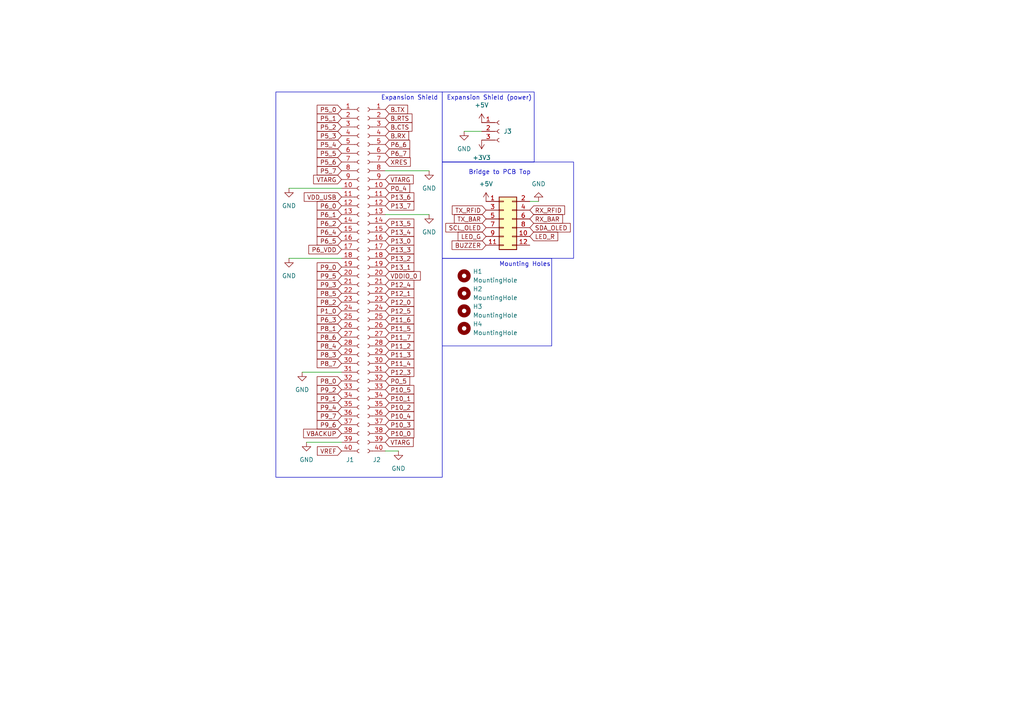
<source format=kicad_sch>
(kicad_sch (version 20230121) (generator eeschema)
  (paper "A4")
  (title_block (title "WMS Scanner") (date "2024-02-15"))
  (lib_symbols
    (symbol "Connector:Conn_01x03_Socket" (pin_names (offset 1.016) hide)
      (property "Reference" "J" (at 0 5.08 0))
      (property "Value" "Conn_01x03_Socket" (at 0 -5.08 0))
      (symbol "Conn_01x03_Socket_1_1"
        (arc (start 0 -2.032) (mid -0.5058 -2.54) (end 0 -3.048) (stroke (width 0.1524)))
        (polyline (pts (xy -1.27 -2.54) (xy -0.508 -2.54)) (stroke (width 0.1524)))
        (polyline (pts (xy -1.27 0) (xy -0.508 0)) (stroke (width 0.1524)))
        (polyline (pts (xy -1.27 2.54) (xy -0.508 2.54)) (stroke (width 0.1524)))
        (arc (start 0 0.508) (mid -0.5058 0) (end 0 -0.508) (stroke (width 0.1524)))
        (arc (start 0 3.048) (mid -0.5058 2.54) (end 0 2.032) (stroke (width 0.1524)))
        (pin passive line (at -5.08 2.54 0) (length 3.81) (name "Pin_1") (number "1"))
        (pin passive line (at -5.08 0 0) (length 3.81) (name "Pin_2") (number "2"))
        (pin passive line (at -5.08 -2.54 0) (length 3.81) (name "Pin_3") (number "3"))
      )
    )
    (symbol "Connector:Conn_01x40_Socket" (pin_names (offset 1.016) hide)
      (property "Reference" "J" (at 0 50.8 0))
      (property "Value" "Conn_01x40_Socket" (at 0 -53.34 0))
      (symbol "Conn_01x40_Socket_1_1"
        (arc (start 0 -50.292) (mid -0.5058 -50.8) (end 0 -51.308) (stroke (width 0.1524)))
        (arc (start 0 -47.752) (mid -0.5058 -48.26) (end 0 -48.768) (stroke (width 0.1524)))
        (arc (start 0 -45.212) (mid -0.5058 -45.72) (end 0 -46.228) (stroke (width 0.1524)))
        (arc (start 0 -42.672) (mid -0.5058 -43.18) (end 0 -43.688) (stroke (width 0.1524)))
        (arc (start 0 -40.132) (mid -0.5058 -40.64) (end 0 -41.148) (stroke (width 0.1524)))
        (arc (start 0 -37.592) (mid -0.5058 -38.1) (end 0 -38.608) (stroke (width 0.1524)))
        (arc (start 0 -35.052) (mid -0.5058 -35.56) (end 0 -36.068) (stroke (width 0.1524)))
        (arc (start 0 -32.512) (mid -0.5058 -33.02) (end 0 -33.528) (stroke (width 0.1524)))
        (arc (start 0 -29.972) (mid -0.5058 -30.48) (end 0 -30.988) (stroke (width 0.1524)))
        (arc (start 0 -27.432) (mid -0.5058 -27.94) (end 0 -28.448) (stroke (width 0.1524)))
        (arc (start 0 -24.892) (mid -0.5058 -25.4) (end 0 -25.908) (stroke (width 0.1524)))
        (arc (start 0 -22.352) (mid -0.5058 -22.86) (end 0 -23.368) (stroke (width 0.1524)))
        (arc (start 0 -19.812) (mid -0.5058 -20.32) (end 0 -20.828) (stroke (width 0.1524)))
        (arc (start 0 -17.272) (mid -0.5058 -17.78) (end 0 -18.288) (stroke (width 0.1524)))
        (arc (start 0 -14.732) (mid -0.5058 -15.24) (end 0 -15.748) (stroke (width 0.1524)))
        (arc (start 0 -12.192) (mid -0.5058 -12.7) (end 0 -13.208) (stroke (width 0.1524)))
        (arc (start 0 -9.652) (mid -0.5058 -10.16) (end 0 -10.668) (stroke (width 0.1524)))
        (arc (start 0 -7.112) (mid -0.5058 -7.62) (end 0 -8.128) (stroke (width 0.1524)))
        (arc (start 0 -4.572) (mid -0.5058 -5.08) (end 0 -5.588) (stroke (width 0.1524)))
        (arc (start 0 -2.032) (mid -0.5058 -2.54) (end 0 -3.048) (stroke (width 0.1524)))
        (polyline (pts (xy -1.27 -50.8) (xy -0.508 -50.8)) (stroke (width 0.1524)))
        (polyline (pts (xy -1.27 -48.26) (xy -0.508 -48.26)) (stroke (width 0.1524)))
        (polyline (pts (xy -1.27 -45.72) (xy -0.508 -45.72)) (stroke (width 0.1524)))
        (polyline (pts (xy -1.27 -43.18) (xy -0.508 -43.18)) (stroke (width 0.1524)))
        (polyline (pts (xy -1.27 -40.64) (xy -0.508 -40.64)) (stroke (width 0.1524)))
        (polyline (pts (xy -1.27 -38.1) (xy -0.508 -38.1)) (stroke (width 0.1524)))
        (polyline (pts (xy -1.27 -35.56) (xy -0.508 -35.56)) (stroke (width 0.1524)))
        (polyline (pts (xy -1.27 -33.02) (xy -0.508 -33.02)) (stroke (width 0.1524)))
        (polyline (pts (xy -1.27 -30.48) (xy -0.508 -30.48)) (stroke (width 0.1524)))
        (polyline (pts (xy -1.27 -27.94) (xy -0.508 -27.94)) (stroke (width 0.1524)))
        (polyline (pts (xy -1.27 -25.4) (xy -0.508 -25.4)) (stroke (width 0.1524)))
        (polyline (pts (xy -1.27 -22.86) (xy -0.508 -22.86)) (stroke (width 0.1524)))
        (polyline (pts (xy -1.27 -20.32) (xy -0.508 -20.32)) (stroke (width 0.1524)))
        (polyline (pts (xy -1.27 -17.78) (xy -0.508 -17.78)) (stroke (width 0.1524)))
        (polyline (pts (xy -1.27 -15.24) (xy -0.508 -15.24)) (stroke (width 0.1524)))
        (polyline (pts (xy -1.27 -12.7) (xy -0.508 -12.7)) (stroke (width 0.1524)))
        (polyline (pts (xy -1.27 -10.16) (xy -0.508 -10.16)) (stroke (width 0.1524)))
        (polyline (pts (xy -1.27 -7.62) (xy -0.508 -7.62)) (stroke (width 0.1524)))
        (polyline (pts (xy -1.27 -5.08) (xy -0.508 -5.08)) (stroke (width 0.1524)))
        (polyline (pts (xy -1.27 -2.54) (xy -0.508 -2.54)) (stroke (width 0.1524)))
        (polyline (pts (xy -1.27 0) (xy -0.508 0)) (stroke (width 0.1524)))
        (polyline (pts (xy -1.27 2.54) (xy -0.508 2.54)) (stroke (width 0.1524)))
        (polyline (pts (xy -1.27 5.08) (xy -0.508 5.08)) (stroke (width 0.1524)))
        (polyline (pts (xy -1.27 7.62) (xy -0.508 7.62)) (stroke (width 0.1524)))
        (polyline (pts (xy -1.27 10.16) (xy -0.508 10.16)) (stroke (width 0.1524)))
        (polyline (pts (xy -1.27 12.7) (xy -0.508 12.7)) (stroke (width 0.1524)))
        (polyline (pts (xy -1.27 15.24) (xy -0.508 15.24)) (stroke (width 0.1524)))
        (polyline (pts (xy -1.27 17.78) (xy -0.508 17.78)) (stroke (width 0.1524)))
        (polyline (pts (xy -1.27 20.32) (xy -0.508 20.32)) (stroke (width 0.1524)))
        (polyline (pts (xy -1.27 22.86) (xy -0.508 22.86)) (stroke (width 0.1524)))
        (polyline (pts (xy -1.27 25.4) (xy -0.508 25.4)) (stroke (width 0.1524)))
        (polyline (pts (xy -1.27 27.94) (xy -0.508 27.94)) (stroke (width 0.1524)))
        (polyline (pts (xy -1.27 30.48) (xy -0.508 30.48)) (stroke (width 0.1524)))
        (polyline (pts (xy -1.27 33.02) (xy -0.508 33.02)) (stroke (width 0.1524)))
        (polyline (pts (xy -1.27 35.56) (xy -0.508 35.56)) (stroke (width 0.1524)))
        (polyline (pts (xy -1.27 38.1) (xy -0.508 38.1)) (stroke (width 0.1524)))
        (polyline (pts (xy -1.27 40.64) (xy -0.508 40.64)) (stroke (width 0.1524)))
        (polyline (pts (xy -1.27 43.18) (xy -0.508 43.18)) (stroke (width 0.1524)))
        (polyline (pts (xy -1.27 45.72) (xy -0.508 45.72)) (stroke (width 0.1524)))
        (polyline (pts (xy -1.27 48.26) (xy -0.508 48.26)) (stroke (width 0.1524)))
        (arc (start 0 0.508) (mid -0.5058 0) (end 0 -0.508) (stroke (width 0.1524)))
        (arc (start 0 3.048) (mid -0.5058 2.54) (end 0 2.032) (stroke (width 0.1524)))
        (arc (start 0 5.588) (mid -0.5058 5.08) (end 0 4.572) (stroke (width 0.1524)))
        (arc (start 0 8.128) (mid -0.5058 7.62) (end 0 7.112) (stroke (width 0.1524)))
        (arc (start 0 10.668) (mid -0.5058 10.16) (end 0 9.652) (stroke (width 0.1524)))
        (arc (start 0 13.208) (mid -0.5058 12.7) (end 0 12.192) (stroke (width 0.1524)))
        (arc (start 0 15.748) (mid -0.5058 15.24) (end 0 14.732) (stroke (width 0.1524)))
        (arc (start 0 18.288) (mid -0.5058 17.78) (end 0 17.272) (stroke (width 0.1524)))
        (arc (start 0 20.828) (mid -0.5058 20.32) (end 0 19.812) (stroke (width 0.1524)))
        (arc (start 0 23.368) (mid -0.5058 22.86) (end 0 22.352) (stroke (width 0.1524)))
        (arc (start 0 25.908) (mid -0.5058 25.4) (end 0 24.892) (stroke (width 0.1524)))
        (arc (start 0 28.448) (mid -0.5058 27.94) (end 0 27.432) (stroke (width 0.1524)))
        (arc (start 0 30.988) (mid -0.5058 30.48) (end 0 29.972) (stroke (width 0.1524)))
        (arc (start 0 33.528) (mid -0.5058 33.02) (end 0 32.512) (stroke (width 0.1524)))
        (arc (start 0 36.068) (mid -0.5058 35.56) (end 0 35.052) (stroke (width 0.1524)))
        (arc (start 0 38.608) (mid -0.5058 38.1) (end 0 37.592) (stroke (width 0.1524)))
        (arc (start 0 41.148) (mid -0.5058 40.64) (end 0 40.132) (stroke (width 0.1524)))
        (arc (start 0 43.688) (mid -0.5058 43.18) (end 0 42.672) (stroke (width 0.1524)))
        (arc (start 0 46.228) (mid -0.5058 45.72) (end 0 45.212) (stroke (width 0.1524)))
        (arc (start 0 48.768) (mid -0.5058 48.26) (end 0 47.752) (stroke (width 0.1524)))
        (pin passive line (at -5.08 48.26 0) (length 3.81) (name "Pin_1") (number "1"))
        (pin passive line (at -5.08 25.4 0) (length 3.81) (name "Pin_10") (number "10"))
        (pin passive line (at -5.08 22.86 0) (length 3.81) (name "Pin_11") (number "11"))
        (pin passive line (at -5.08 20.32 0) (length 3.81) (name "Pin_12") (number "12"))
        (pin passive line (at -5.08 17.78 0) (length 3.81) (name "Pin_13") (number "13"))
        (pin passive line (at -5.08 15.24 0) (length 3.81) (name "Pin_14") (number "14"))
        (pin passive line (at -5.08 12.7 0) (length 3.81) (name "Pin_15") (number "15"))
        (pin passive line (at -5.08 10.16 0) (length 3.81) (name "Pin_16") (number "16"))
        (pin passive line (at -5.08 7.62 0) (length 3.81) (name "Pin_17") (number "17"))
        (pin passive line (at -5.08 5.08 0) (length 3.81) (name "Pin_18") (number "18"))
        (pin passive line (at -5.08 2.54 0) (length 3.81) (name "Pin_19") (number "19"))
        (pin passive line (at -5.08 45.72 0) (length 3.81) (name "Pin_2") (number "2"))
        (pin passive line (at -5.08 0 0) (length 3.81) (name "Pin_20") (number "20"))
        (pin passive line (at -5.08 -2.54 0) (length 3.81) (name "Pin_21") (number "21"))
        (pin passive line (at -5.08 -5.08 0) (length 3.81) (name "Pin_22") (number "22"))
        (pin passive line (at -5.08 -7.62 0) (length 3.81) (name "Pin_23") (number "23"))
        (pin passive line (at -5.08 -10.16 0) (length 3.81) (name "Pin_24") (number "24"))
        (pin passive line (at -5.08 -12.7 0) (length 3.81) (name "Pin_25") (number "25"))
        (pin passive line (at -5.08 -15.24 0) (length 3.81) (name "Pin_26") (number "26"))
        (pin passive line (at -5.08 -17.78 0) (length 3.81) (name "Pin_27") (number "27"))
        (pin passive line (at -5.08 -20.32 0) (length 3.81) (name "Pin_28") (number "28"))
        (pin passive line (at -5.08 -22.86 0) (length 3.81) (name "Pin_29") (number "29"))
        (pin passive line (at -5.08 43.18 0) (length 3.81) (name "Pin_3") (number "3"))
        (pin passive line (at -5.08 -25.4 0) (length 3.81) (name "Pin_30") (number "30"))
        (pin passive line (at -5.08 -27.94 0) (length 3.81) (name "Pin_31") (number "31"))
        (pin passive line (at -5.08 -30.48 0) (length 3.81) (name "Pin_32") (number "32"))
        (pin passive line (at -5.08 -33.02 0) (length 3.81) (name "Pin_33") (number "33"))
        (pin passive line (at -5.08 -35.56 0) (length 3.81) (name "Pin_34") (number "34"))
        (pin passive line (at -5.08 -38.1 0) (length 3.81) (name "Pin_35") (number "35"))
        (pin passive line (at -5.08 -40.64 0) (length 3.81) (name "Pin_36") (number "36"))
        (pin passive line (at -5.08 -43.18 0) (length 3.81) (name "Pin_37") (number "37"))
        (pin passive line (at -5.08 -45.72 0) (length 3.81) (name "Pin_38") (number "38"))
        (pin passive line (at -5.08 -48.26 0) (length 3.81) (name "Pin_39") (number "39"))
        (pin passive line (at -5.08 40.64 0) (length 3.81) (name "Pin_4") (number "4"))
        (pin passive line (at -5.08 -50.8 0) (length 3.81) (name "Pin_40") (number "40"))
        (pin passive line (at -5.08 38.1 0) (length 3.81) (name "Pin_5") (number "5"))
        (pin passive line (at -5.08 35.56 0) (length 3.81) (name "Pin_6") (number "6"))
        (pin passive line (at -5.08 33.02 0) (length 3.81) (name "Pin_7") (number "7"))
        (pin passive line (at -5.08 30.48 0) (length 3.81) (name "Pin_8") (number "8"))
        (pin passive line (at -5.08 27.94 0) (length 3.81) (name "Pin_9") (number "9"))
      )
    )
    (symbol "Connector_Generic:Conn_02x06_Odd_Even" (pin_names (offset 1.016) hide)
      (property "Reference" "J" (at 1.27 7.62 0))
      (property "Value" "Conn_02x06_Odd_Even" (at 1.27 -10.16 0))
      (symbol "Conn_02x06_Odd_Even_1_1"
        (rectangle (start -1.27 -7.493) (end 0 -7.747) (stroke (width 0.1524)))
        (rectangle (start -1.27 -4.953) (end 0 -5.207) (stroke (width 0.1524)))
        (rectangle (start -1.27 -2.413) (end 0 -2.667) (stroke (width 0.1524)))
        (rectangle (start -1.27 0.127) (end 0 -0.127) (stroke (width 0.1524)))
        (rectangle (start -1.27 2.667) (end 0 2.413) (stroke (width 0.1524)))
        (rectangle (start -1.27 5.207) (end 0 4.953) (stroke (width 0.1524)))
        (rectangle (start -1.27 6.35) (end 3.81 -8.89) (stroke (width 0.254)) (fill (type background)))
        (rectangle (start 3.81 -7.493) (end 2.54 -7.747) (stroke (width 0.1524)))
        (rectangle (start 3.81 -4.953) (end 2.54 -5.207) (stroke (width 0.1524)))
        (rectangle (start 3.81 -2.413) (end 2.54 -2.667) (stroke (width 0.1524)))
        (rectangle (start 3.81 0.127) (end 2.54 -0.127) (stroke (width 0.1524)))
        (rectangle (start 3.81 2.667) (end 2.54 2.413) (stroke (width 0.1524)))
        (rectangle (start 3.81 5.207) (end 2.54 4.953) (stroke (width 0.1524)))
        (pin passive line (at -5.08 5.08 0) (length 3.81) (name "Pin_1") (number "1"))
        (pin passive line (at 7.62 -5.08 180) (length 3.81) (name "Pin_10") (number "10"))
        (pin passive line (at -5.08 -7.62 0) (length 3.81) (name "Pin_11") (number "11"))
        (pin passive line (at 7.62 -7.62 180) (length 3.81) (name "Pin_12") (number "12"))
        (pin passive line (at 7.62 5.08 180) (length 3.81) (name "Pin_2") (number "2"))
        (pin passive line (at -5.08 2.54 0) (length 3.81) (name "Pin_3") (number "3"))
        (pin passive line (at 7.62 2.54 180) (length 3.81) (name "Pin_4") (number "4"))
        (pin passive line (at -5.08 0 0) (length 3.81) (name "Pin_5") (number "5"))
        (pin passive line (at 7.62 0 180) (length 3.81) (name "Pin_6") (number "6"))
        (pin passive line (at -5.08 -2.54 0) (length 3.81) (name "Pin_7") (number "7"))
        (pin passive line (at 7.62 -2.54 180) (length 3.81) (name "Pin_8") (number "8"))
        (pin passive line (at -5.08 -5.08 0) (length 3.81) (name "Pin_9") (number "9"))
      )
    )
    (symbol "Mechanical:MountingHole" (pin_names (offset 1.016))
      (property "Reference" "H" (at 0 5.08 0))
      (property "Value" "MountingHole" (at 0 3.175 0))
      (symbol "MountingHole_0_1"
        (circle (center 0 0) (radius 1.27) (stroke (width 1.27)))
      )
    )
    (symbol "power:+3V3" (power) (pin_names (offset 0))
      (property "Value" "+3V3" (at 0 3.556 0))
      (symbol "+3V3_0_1"
        (polyline (pts (xy -0.762 1.27) (xy 0 2.54)))
        (polyline (pts (xy 0 0) (xy 0 2.54)))
        (polyline (pts (xy 0 2.54) (xy 0.762 1.27)))
      )
      (symbol "+3V3_1_1"
        (pin power_in line (at 0 0 90) (length 0) hide (name "+3V3") (number "1"))
      )
    )
    (symbol "power:+5V" (power) (pin_names (offset 0))
      (property "Value" "+5V" (at 0 3.556 0))
      (symbol "+5V_0_1"
        (polyline (pts (xy -0.762 1.27) (xy 0 2.54)))
        (polyline (pts (xy 0 0) (xy 0 2.54)))
        (polyline (pts (xy 0 2.54) (xy 0.762 1.27)))
      )
      (symbol "+5V_1_1"
        (pin power_in line (at 0 0 90) (length 0) hide (name "+5V") (number "1"))
      )
    )
    (symbol "power:GND" (power) (pin_names (offset 0))
      (property "Value" "GND" (at 0 -3.81 0))
      (symbol "GND_0_1"
        (polyline (pts (xy 0 0) (xy 0 -1.27) (xy 1.27 -1.27) (xy 0 -2.54) (xy -1.27 -1.27) (xy 0 -1.27)))
      )
      (symbol "GND_1_1"
        (pin power_in line (at 0 0 270) (length 0) hide (name "GND") (number "1"))
      )
    )
  )
  (wire (pts (xy 156.21 58.42) (xy 153.67 58.42)))
  (wire (pts (xy 83.82 74.93) (xy 99.06 74.93)))
  (wire (pts (xy 124.46 62.23) (xy 111.76 62.23)))
  (wire (pts (xy 87.63 107.95) (xy 99.06 107.95)))
  (wire (pts (xy 88.9 128.27) (xy 99.06 128.27)))
  (wire (pts (xy 134.62 38.1) (xy 139.7 38.1)))
  (wire (pts (xy 124.46 49.53) (xy 111.76 49.53)))
  (wire (pts (xy 115.57 130.81) (xy 111.76 130.81)))
  (wire (pts (xy 83.82 54.61) (xy 99.06 54.61)))
  (rectangle (start 128.27 74.93) (end 160.02 100.33))
  (rectangle (start 128.27 46.99) (end 166.37 74.93))
  (rectangle (start 80.01 26.67) (end 128.27 138.43))
  (rectangle (start 128.27 26.67) (end 154.94 46.99))
  (text "Bridge to PCB Top" (at 135.89 50.8 0) (effects (font (size 1.27 1.27)) (justify left bottom)))
  (text "Expansion Shield" (at 110.49 29.21 0) (effects (font (size 1.27 1.27)) (justify left bottom)))
  (text "Mounting Holes" (at 144.78 77.47 0) (effects (font (size 1.27 1.27)) (justify left bottom)))
  (text "Expansion Shield (power)" (at 129.54 29.21 0) (effects (font (size 1.27 1.27)) (justify left bottom)))
  (global_label "P13_6" (shape input) (at 111.76 57.15 0) (property "Intersheetrefs" "${INTERSHEET_REFS}" (effects hide)))
  (global_label "P9_1" (shape input) (at 99.06 115.57 180) (property "Intersheetrefs" "${INTERSHEET_REFS}" (effects hide)))
  (global_label "P9_5" (shape input) (at 99.06 80.01 180) (property "Intersheetrefs" "${INTERSHEET_REFS}" (effects hide)))
  (global_label "P11_7" (shape input) (at 111.76 97.79 0) (property "Intersheetrefs" "${INTERSHEET_REFS}" (effects hide)))
  (global_label "XRES" (shape input) (at 111.76 46.99 0) (property "Intersheetrefs" "${INTERSHEET_REFS}" (effects hide)))
  (global_label "P13_1" (shape input) (at 111.76 77.47 0) (property "Intersheetrefs" "${INTERSHEET_REFS}" (effects hide)))
  (global_label "VTARG" (shape input) (at 111.76 128.27 0) (property "Intersheetrefs" "${INTERSHEET_REFS}" (effects hide)))
  (global_label "P6_7" (shape input) (at 111.76 44.45 0) (property "Intersheetrefs" "${INTERSHEET_REFS}" (effects hide)))
  (global_label "TX_BAR" (shape input) (at 140.97 63.5 180) (property "Intersheetrefs" "${INTERSHEET_REFS}" (effects hide)))
  (global_label "P13_2" (shape input) (at 111.76 74.93 0) (property "Intersheetrefs" "${INTERSHEET_REFS}" (effects hide)))
  (global_label "P9_3" (shape input) (at 99.06 82.55 180) (property "Intersheetrefs" "${INTERSHEET_REFS}" (effects hide)))
  (global_label "P8_5" (shape input) (at 99.06 85.09 180) (property "Intersheetrefs" "${INTERSHEET_REFS}" (effects hide)))
  (global_label "P6_4" (shape input) (at 99.06 67.31 180) (property "Intersheetrefs" "${INTERSHEET_REFS}" (effects hide)))
  (global_label "P9_2" (shape input) (at 99.06 113.03 180) (property "Intersheetrefs" "${INTERSHEET_REFS}" (effects hide)))
  (global_label "B.CTS" (shape input) (at 111.76 36.83 0) (property "Intersheetrefs" "${INTERSHEET_REFS}" (effects hide)))
  (global_label "P5_2" (shape input) (at 99.06 36.83 180) (property "Intersheetrefs" "${INTERSHEET_REFS}" (effects hide)))
  (global_label "VDDIO_0" (shape input) (at 111.76 80.01 0) (property "Intersheetrefs" "${INTERSHEET_REFS}" (effects hide)))
  (global_label "P10_5" (shape input) (at 111.76 113.03 0) (property "Intersheetrefs" "${INTERSHEET_REFS}" (effects hide)))
  (global_label "P6_0" (shape input) (at 99.06 59.69 180) (property "Intersheetrefs" "${INTERSHEET_REFS}" (effects hide)))
  (global_label "P11_4" (shape input) (at 111.76 105.41 0) (property "Intersheetrefs" "${INTERSHEET_REFS}" (effects hide)))
  (global_label "P6_5" (shape input) (at 99.06 69.85 180) (property "Intersheetrefs" "${INTERSHEET_REFS}" (effects hide)))
  (global_label "B.TX" (shape input) (at 111.76 31.75 0) (property "Intersheetrefs" "${INTERSHEET_REFS}" (effects hide)))
  (global_label "P6_VDD" (shape input) (at 99.06 72.39 180) (property "Intersheetrefs" "${INTERSHEET_REFS}" (effects hide)))
  (global_label "LED_R" (shape input) (at 153.67 68.58 0) (property "Intersheetrefs" "${INTERSHEET_REFS}" (effects hide)))
  (global_label "P12_0" (shape input) (at 111.76 87.63 0) (property "Intersheetrefs" "${INTERSHEET_REFS}" (effects hide)))
  (global_label "LED_G" (shape input) (at 140.97 68.58 180) (property "Intersheetrefs" "${INTERSHEET_REFS}" (effects hide)))
  (global_label "P5_0" (shape input) (at 99.06 31.75 180) (property "Intersheetrefs" "${INTERSHEET_REFS}" (effects hide)))
  (global_label "P6_6" (shape input) (at 111.76 41.91 0) (property "Intersheetrefs" "${INTERSHEET_REFS}" (effects hide)))
  (global_label "TX_RFID" (shape input) (at 140.97 60.96 180) (property "Intersheetrefs" "${INTERSHEET_REFS}" (effects hide)))
  (global_label "P11_5" (shape input) (at 111.76 95.25 0) (property "Intersheetrefs" "${INTERSHEET_REFS}" (effects hide)))
  (global_label "P13_4" (shape input) (at 111.76 67.31 0) (property "Intersheetrefs" "${INTERSHEET_REFS}" (effects hide)))
  (global_label "P1_0" (shape input) (at 99.06 90.17 180) (property "Intersheetrefs" "${INTERSHEET_REFS}" (effects hide)))
  (global_label "P8_3" (shape input) (at 99.06 102.87 180) (property "Intersheetrefs" "${INTERSHEET_REFS}" (effects hide)))
  (global_label "P9_7" (shape input) (at 99.06 120.65 180) (property "Intersheetrefs" "${INTERSHEET_REFS}" (effects hide)))
  (global_label "P8_2" (shape input) (at 99.06 87.63 180) (property "Intersheetrefs" "${INTERSHEET_REFS}" (effects hide)))
  (global_label "P5_4" (shape input) (at 99.06 41.91 180) (property "Intersheetrefs" "${INTERSHEET_REFS}" (effects hide)))
  (global_label "VREF" (shape input) (at 99.06 130.81 180) (property "Intersheetrefs" "${INTERSHEET_REFS}" (effects hide)))
  (global_label "P9_0" (shape input) (at 99.06 77.47 180) (property "Intersheetrefs" "${INTERSHEET_REFS}" (effects hide)))
  (global_label "B.RTS" (shape input) (at 111.76 34.29 0) (property "Intersheetrefs" "${INTERSHEET_REFS}" (effects hide)))
  (global_label "P10_1" (shape input) (at 111.76 115.57 0) (property "Intersheetrefs" "${INTERSHEET_REFS}" (effects hide)))
  (global_label "P5_5" (shape input) (at 99.06 44.45 180) (property "Intersheetrefs" "${INTERSHEET_REFS}" (effects hide)))
  (global_label "P10_0" (shape input) (at 111.76 125.73 0) (property "Intersheetrefs" "${INTERSHEET_REFS}" (effects hide)))
  (global_label "VDD_USB" (shape input) (at 99.06 57.15 180) (property "Intersheetrefs" "${INTERSHEET_REFS}" (effects hide)))
  (global_label "P5_6" (shape input) (at 99.06 46.99 180) (property "Intersheetrefs" "${INTERSHEET_REFS}" (effects hide)))
  (global_label "SCL_OLED" (shape input) (at 140.97 66.04 180) (property "Intersheetrefs" "${INTERSHEET_REFS}" (effects hide)))
  (global_label "P5_3" (shape input) (at 99.06 39.37 180) (property "Intersheetrefs" "${INTERSHEET_REFS}" (effects hide)))
  (global_label "VTARG" (shape input) (at 111.76 52.07 0) (property "Intersheetrefs" "${INTERSHEET_REFS}" (effects hide)))
  (global_label "RX_BAR" (shape input) (at 153.67 63.5 0) (property "Intersheetrefs" "${INTERSHEET_REFS}" (effects hide)))
  (global_label "P12_3" (shape input) (at 111.76 107.95 0) (property "Intersheetrefs" "${INTERSHEET_REFS}" (effects hide)))
  (global_label "P8_6" (shape input) (at 99.06 97.79 180) (property "Intersheetrefs" "${INTERSHEET_REFS}" (effects hide)))
  (global_label "P9_4" (shape input) (at 99.06 118.11 180) (property "Intersheetrefs" "${INTERSHEET_REFS}" (effects hide)))
  (global_label "P8_0" (shape input) (at 99.06 110.49 180) (property "Intersheetrefs" "${INTERSHEET_REFS}" (effects hide)))
  (global_label "P12_4" (shape input) (at 111.76 82.55 0) (property "Intersheetrefs" "${INTERSHEET_REFS}" (effects hide)))
  (global_label "P13_3" (shape input) (at 111.76 72.39 0) (property "Intersheetrefs" "${INTERSHEET_REFS}" (effects hide)))
  (global_label "P6_3" (shape input) (at 99.06 92.71 180) (property "Intersheetrefs" "${INTERSHEET_REFS}" (effects hide)))
  (global_label "P13_0" (shape input) (at 111.76 69.85 0) (property "Intersheetrefs" "${INTERSHEET_REFS}" (effects hide)))
  (global_label "P10_4" (shape input) (at 111.76 120.65 0) (property "Intersheetrefs" "${INTERSHEET_REFS}" (effects hide)))
  (global_label "VTARG" (shape input) (at 99.06 52.07 180) (property "Intersheetrefs" "${INTERSHEET_REFS}" (effects hide)))
  (global_label "P5_1" (shape input) (at 99.06 34.29 180) (property "Intersheetrefs" "${INTERSHEET_REFS}" (effects hide)))
  (global_label "P0_5" (shape input) (at 111.76 110.49 0) (property "Intersheetrefs" "${INTERSHEET_REFS}" (effects hide)))
  (global_label "VBACKUP" (shape input) (at 99.06 125.73 180) (property "Intersheetrefs" "${INTERSHEET_REFS}" (effects hide)))
  (global_label "P11_2" (shape input) (at 111.76 100.33 0) (property "Intersheetrefs" "${INTERSHEET_REFS}" (effects hide)))
  (global_label "P6_2" (shape input) (at 99.06 64.77 180) (property "Intersheetrefs" "${INTERSHEET_REFS}" (effects hide)))
  (global_label "SDA_OLED" (shape input) (at 153.67 66.04 0) (property "Intersheetrefs" "${INTERSHEET_REFS}" (effects hide)))
  (global_label "P10_2" (shape input) (at 111.76 118.11 0) (property "Intersheetrefs" "${INTERSHEET_REFS}" (effects hide)))
  (global_label "RX_RFID" (shape input) (at 153.67 60.96 0) (property "Intersheetrefs" "${INTERSHEET_REFS}" (effects hide)))
  (global_label "P5_7" (shape input) (at 99.06 49.53 180) (property "Intersheetrefs" "${INTERSHEET_REFS}" (effects hide)))
  (global_label "P0_4" (shape input) (at 111.76 54.61 0) (property "Intersheetrefs" "${INTERSHEET_REFS}" (effects hide)))
  (global_label "P6_1" (shape input) (at 99.06 62.23 180) (property "Intersheetrefs" "${INTERSHEET_REFS}" (effects hide)))
  (global_label "P11_6" (shape input) (at 111.76 92.71 0) (property "Intersheetrefs" "${INTERSHEET_REFS}" (effects hide)))
  (global_label "P10_3" (shape input) (at 111.76 123.19 0) (property "Intersheetrefs" "${INTERSHEET_REFS}" (effects hide)))
  (global_label "BUZZER" (shape input) (at 140.97 71.12 180) (property "Intersheetrefs" "${INTERSHEET_REFS}" (effects hide)))
  (global_label "P12_5" (shape input) (at 111.76 90.17 0) (property "Intersheetrefs" "${INTERSHEET_REFS}" (effects hide)))
  (global_label "P13_5" (shape input) (at 111.76 64.77 0) (property "Intersheetrefs" "${INTERSHEET_REFS}" (effects hide)))
  (global_label "P11_3" (shape input) (at 111.76 102.87 0) (property "Intersheetrefs" "${INTERSHEET_REFS}" (effects hide)))
  (global_label "P8_4" (shape input) (at 99.06 100.33 180) (property "Intersheetrefs" "${INTERSHEET_REFS}" (effects hide)))
  (global_label "P13_7" (shape input) (at 111.76 59.69 0) (property "Intersheetrefs" "${INTERSHEET_REFS}" (effects hide)))
  (global_label "P8_1" (shape input) (at 99.06 95.25 180) (property "Intersheetrefs" "${INTERSHEET_REFS}" (effects hide)))
  (global_label "P12_1" (shape input) (at 111.76 85.09 0) (property "Intersheetrefs" "${INTERSHEET_REFS}" (effects hide)))
  (global_label "B.RX" (shape input) (at 111.76 39.37 0) (property "Intersheetrefs" "${INTERSHEET_REFS}" (effects hide)))
  (global_label "P8_7" (shape input) (at 99.06 105.41 180) (property "Intersheetrefs" "${INTERSHEET_REFS}" (effects hide)))
  (global_label "P9_6" (shape input) (at 99.06 123.19 180) (property "Intersheetrefs" "${INTERSHEET_REFS}" (effects hide)))
  (symbol (lib_id "power:GND") (at 156.21 58.42 180) (unit 1)
    (property "Reference" "#PWR012" (effects hide))
    (property "Value" "GND" (at 156.21 53.34 0))
  )
  (symbol (lib_id "power:GND") (at 88.9 128.27 0) (unit 1)
    (property "Reference" "#PWR07" (effects hide))
    (property "Value" "GND" (at 88.9 133.35 0))
  )
  (symbol (lib_id "Connector:Conn_01x03_Socket") (at 144.78 38.1 0) (unit 1)
    (property "Reference" "J3" (at 146.05 38.1 0) (effects (justify left)))
    (property "Value" "Conn_01x03_Socket" (effects hide))
    (property "Footprint" "Connector_PinHeader_2.54mm:PinHeader_1x03_P2.54mm_Vertical" (effects hide))
  )
  (symbol (lib_id "power:GND") (at 124.46 62.23 0) (unit 1)
    (property "Reference" "#PWR02" (effects hide))
    (property "Value" "GND" (at 124.46 67.31 0))
  )
  (symbol (lib_id "power:GND") (at 87.63 107.95 0) (unit 1)
    (property "Reference" "#PWR06" (effects hide))
    (property "Value" "GND" (at 87.63 113.03 0))
  )
  (symbol (lib_id "power:GND") (at 83.82 74.93 0) (unit 1)
    (property "Reference" "#PWR05" (effects hide))
    (property "Value" "GND" (at 83.82 80.01 0))
  )
  (symbol (lib_id "Connector:Conn_01x40_Socket") (at 106.68 80.01 0) (mirror y) (unit 1)
    (property "Reference" "J2" (at 110.49 133.35 0) (effects (justify left)))
    (property "Value" "Conn_01x40_Socket" (effects hide))
    (property "Footprint" "Connector_PinHeader_2.54mm:PinHeader_1x40_P2.54mm_Vertical" (effects hide))
  )
  (symbol (lib_id "power:GND") (at 124.46 49.53 0) (unit 1)
    (property "Reference" "#PWR01" (effects hide))
    (property "Value" "GND" (at 124.46 54.61 0))
  )
  (symbol (lib_id "power:+5V") (at 140.97 58.42 0) (unit 1)
    (property "Reference" "#PWR011" (effects hide))
    (property "Value" "+5V" (at 140.97 53.34 0))
  )
  (symbol (lib_id "Connector:Conn_01x40_Socket") (at 104.14 80.01 0) (unit 1)
    (property "Reference" "J1" (at 100.33 133.35 0) (effects (justify left)))
    (property "Value" "Conn_01x40_Socket" (effects hide))
    (property "Footprint" "Connector_PinHeader_2.54mm:PinHeader_1x40_P2.54mm_Vertical" (effects hide))
  )
  (symbol (lib_id "Connector_Generic:Conn_02x06_Odd_Even") (at 146.05 63.5 0) (unit 1)
    (property "Reference" "J4" (effects hide))
    (property "Value" "Conn_02x06_Odd_Even" (effects hide))
    (property "Footprint" "Connector_JST:JST_PHD_B12B-PHDSS_2x06_P2.00mm_Vertical" (effects hide))
  )
  (symbol (lib_id "power:+3V3") (at 139.7 40.64 180) (unit 1)
    (property "Reference" "#PWR08" (effects hide))
    (property "Value" "+3V3" (at 139.7 45.72 0))
  )
  (symbol (lib_id "power:GND") (at 83.82 54.61 0) (unit 1)
    (property "Reference" "#PWR04" (effects hide))
    (property "Value" "GND" (at 83.82 59.69 0))
  )
  (symbol (lib_id "Mechanical:MountingHole") (at 134.62 80.01 0) (unit 1)
    (property "Reference" "H1" (at 137.16 78.74 0) (effects (justify left)))
    (property "Value" "MountingHole" (at 137.16 81.28 0) (effects (justify left)))
    (property "Footprint" "MountingHole:MountingHole_2.2mm_M2" (effects hide))
  )
  (symbol (lib_id "Mechanical:MountingHole") (at 134.62 85.09 0) (unit 1)
    (property "Reference" "H2" (at 137.16 83.82 0) (effects (justify left)))
    (property "Value" "MountingHole" (at 137.16 86.36 0) (effects (justify left)))
    (property "Footprint" "MountingHole:MountingHole_2.2mm_M2" (effects hide))
  )
  (symbol (lib_id "Mechanical:MountingHole") (at 134.62 90.17 0) (unit 1)
    (property "Reference" "H3" (at 137.16 88.9 0) (effects (justify left)))
    (property "Value" "MountingHole" (at 137.16 91.44 0) (effects (justify left)))
    (property "Footprint" "MountingHole:MountingHole_2.2mm_M2" (effects hide))
  )
  (symbol (lib_id "power:GND") (at 115.57 130.81 0) (unit 1)
    (property "Reference" "#PWR03" (effects hide))
    (property "Value" "GND" (at 115.57 135.89 0))
  )
  (symbol (lib_id "power:+5V") (at 139.7 35.56 0) (unit 1)
    (property "Reference" "#PWR010" (effects hide))
    (property "Value" "+5V" (at 139.7 30.48 0))
  )
  (symbol (lib_id "Mechanical:MountingHole") (at 134.62 95.25 0) (unit 1)
    (property "Reference" "H4" (at 137.16 93.98 0) (effects (justify left)))
    (property "Value" "MountingHole" (at 137.16 96.52 0) (effects (justify left)))
    (property "Footprint" "MountingHole:MountingHole_2.2mm_M2" (effects hide))
  )
  (symbol (lib_id "power:GND") (at 134.62 38.1 0) (unit 1)
    (property "Reference" "#PWR09" (effects hide))
    (property "Value" "GND" (at 134.62 43.18 0))
  )
)
</source>
